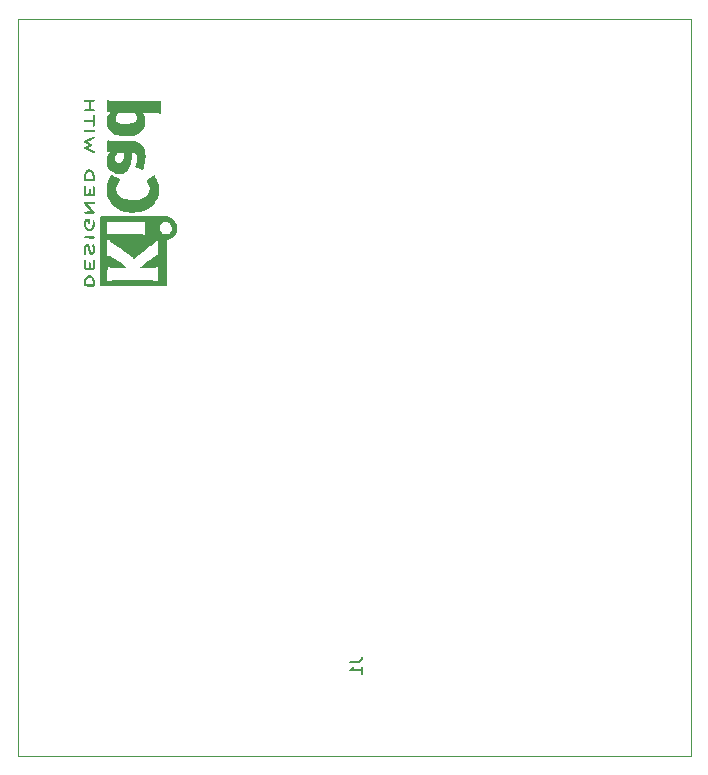
<source format=gbo>
%TF.GenerationSoftware,KiCad,Pcbnew,(6.0.7)*%
%TF.CreationDate,2022-11-21T20:08:05+01:00*%
%TF.ProjectId,Arbolito,4172626f-6c69-4746-9f2e-6b696361645f,rev?*%
%TF.SameCoordinates,Original*%
%TF.FileFunction,Legend,Bot*%
%TF.FilePolarity,Positive*%
%FSLAX46Y46*%
G04 Gerber Fmt 4.6, Leading zero omitted, Abs format (unit mm)*
G04 Created by KiCad (PCBNEW (6.0.7)) date 2022-11-21 20:08:05*
%MOMM*%
%LPD*%
G01*
G04 APERTURE LIST*
%ADD10C,0.150000*%
%ADD11C,0.120000*%
G04 APERTURE END LIST*
D10*
%TO.C,J1*%
X139662380Y-118246666D02*
X140376666Y-118246666D01*
X140519523Y-118199047D01*
X140614761Y-118103809D01*
X140662380Y-117960952D01*
X140662380Y-117865714D01*
X140662380Y-119246666D02*
X140662380Y-118675238D01*
X140662380Y-118960952D02*
X139662380Y-118960952D01*
X139805238Y-118865714D01*
X139900476Y-118770476D01*
X139948095Y-118675238D01*
%TO.C,G\u002A\u002A\u002A*%
G36*
X117487812Y-82862414D02*
G01*
X117504558Y-82871989D01*
X117544860Y-82906057D01*
X117578085Y-82955161D01*
X117606434Y-83024230D01*
X117632108Y-83118193D01*
X117657308Y-83241978D01*
X117660018Y-83256725D01*
X117676836Y-83346125D01*
X117692467Y-83425915D01*
X117705271Y-83487880D01*
X117713606Y-83523806D01*
X117720205Y-83542952D01*
X117745489Y-83582690D01*
X117775850Y-83601669D01*
X117803372Y-83593724D01*
X117814015Y-83578226D01*
X117831628Y-83524987D01*
X117844446Y-83447112D01*
X117852057Y-83351175D01*
X117854044Y-83243746D01*
X117849994Y-83131400D01*
X117839493Y-83020706D01*
X117838839Y-83015529D01*
X117833890Y-82932465D01*
X117844371Y-82877567D01*
X117871816Y-82847254D01*
X117917758Y-82837945D01*
X117951097Y-82844165D01*
X117982358Y-82874247D01*
X118002462Y-82933630D01*
X118011915Y-82978625D01*
X118022505Y-83029315D01*
X118025056Y-83046502D01*
X118029078Y-83102760D01*
X118031546Y-83179847D01*
X118032480Y-83268498D01*
X118031902Y-83359448D01*
X118029833Y-83443430D01*
X118026294Y-83511178D01*
X118021307Y-83553427D01*
X118017644Y-83569378D01*
X117979897Y-83673490D01*
X117924917Y-83749604D01*
X117854082Y-83796309D01*
X117768771Y-83812192D01*
X117756767Y-83812114D01*
X117706218Y-83807109D01*
X117669854Y-83788759D01*
X117630773Y-83749369D01*
X117616324Y-83732575D01*
X117590213Y-83698405D01*
X117569592Y-83662250D01*
X117552183Y-83617649D01*
X117535706Y-83558141D01*
X117517881Y-83477266D01*
X117496430Y-83368562D01*
X117475772Y-83265658D01*
X117452252Y-83163715D01*
X117430826Y-83092404D01*
X117410371Y-83049530D01*
X117389764Y-83032896D01*
X117367884Y-83040306D01*
X117343607Y-83069565D01*
X117332949Y-83091741D01*
X117318564Y-83156512D01*
X117311238Y-83252620D01*
X117310919Y-83380987D01*
X117317558Y-83542534D01*
X117320872Y-83623854D01*
X117321368Y-83697751D01*
X117318992Y-83753068D01*
X117313870Y-83781747D01*
X117298833Y-83797849D01*
X117258882Y-83810997D01*
X117213514Y-83807624D01*
X117178639Y-83787097D01*
X117171722Y-83775662D01*
X117156254Y-83733149D01*
X117143761Y-83678365D01*
X117136271Y-83619448D01*
X117129933Y-83525173D01*
X117127357Y-83419596D01*
X117128416Y-83311908D01*
X117132984Y-83211301D01*
X117140934Y-83126965D01*
X117152141Y-83068092D01*
X117159098Y-83046281D01*
X117203811Y-82951350D01*
X117262137Y-82883599D01*
X117330978Y-82844928D01*
X117407235Y-82837234D01*
X117487812Y-82862414D01*
G37*
G36*
X118972347Y-86443465D02*
G01*
X118856026Y-86441838D01*
X118759439Y-86440038D01*
X118681122Y-86438052D01*
X118619609Y-86435862D01*
X118573436Y-86433455D01*
X118541137Y-86430814D01*
X118521248Y-86427926D01*
X118512303Y-86424775D01*
X118506535Y-86418605D01*
X118488327Y-86380439D01*
X118477604Y-86329090D01*
X118477034Y-86313137D01*
X118476318Y-86262880D01*
X118475646Y-86181151D01*
X118475022Y-86069843D01*
X118474450Y-85930847D01*
X118473933Y-85766055D01*
X118473474Y-85577359D01*
X118473077Y-85366651D01*
X118472745Y-85135823D01*
X118472482Y-84886766D01*
X118472291Y-84621374D01*
X118472176Y-84341537D01*
X118472141Y-84049148D01*
X118472188Y-83746099D01*
X118472320Y-83434281D01*
X118472434Y-83231085D01*
X119100172Y-83231085D01*
X119100198Y-83364064D01*
X119100541Y-83489069D01*
X119101214Y-83601679D01*
X119102230Y-83697473D01*
X119103600Y-83772029D01*
X119105337Y-83820928D01*
X119107454Y-83839748D01*
X119116281Y-83842387D01*
X119151963Y-83845694D01*
X119204059Y-83846986D01*
X119239583Y-83849409D01*
X119339542Y-83875050D01*
X119459909Y-83928627D01*
X119600543Y-84010068D01*
X119761301Y-84119305D01*
X119784614Y-84136117D01*
X119909393Y-84226276D01*
X120040052Y-84320939D01*
X120171721Y-84416558D01*
X120299526Y-84509581D01*
X120418595Y-84596460D01*
X120524055Y-84673643D01*
X120611033Y-84737582D01*
X120674657Y-84784726D01*
X120805137Y-84882123D01*
X120170137Y-84887092D01*
X120003913Y-84888119D01*
X119840194Y-84888212D01*
X119704432Y-84886843D01*
X119592959Y-84883717D01*
X119502109Y-84878541D01*
X119428215Y-84871019D01*
X119367609Y-84860859D01*
X119316625Y-84847766D01*
X119271594Y-84831446D01*
X119228851Y-84811605D01*
X119195372Y-84795336D01*
X119151509Y-84776414D01*
X119126879Y-84769041D01*
X119125777Y-84769661D01*
X119120600Y-84793000D01*
X119116376Y-84850213D01*
X119113099Y-84941482D01*
X119110765Y-85066988D01*
X119109368Y-85226913D01*
X119108904Y-85421438D01*
X119108906Y-85438805D01*
X119109144Y-85584462D01*
X119109734Y-85718145D01*
X119110634Y-85836051D01*
X119111799Y-85934376D01*
X119113185Y-86009318D01*
X119114749Y-86057072D01*
X119116446Y-86073836D01*
X119129007Y-86068110D01*
X119163937Y-86048278D01*
X119211942Y-86019161D01*
X119233622Y-86005833D01*
X119261652Y-85990389D01*
X119290414Y-85978904D01*
X119325579Y-85970448D01*
X119372817Y-85964088D01*
X119437799Y-85958896D01*
X119526197Y-85953938D01*
X119643680Y-85948285D01*
X119663527Y-85947420D01*
X119754012Y-85944573D01*
X119870517Y-85942202D01*
X120010146Y-85940292D01*
X120170005Y-85938825D01*
X120347196Y-85937784D01*
X120538824Y-85937153D01*
X120741993Y-85936915D01*
X120953807Y-85937052D01*
X121171370Y-85937549D01*
X121391786Y-85938388D01*
X121612159Y-85939552D01*
X121829593Y-85941024D01*
X122041193Y-85942789D01*
X122244062Y-85944828D01*
X122435304Y-85947125D01*
X122612023Y-85949663D01*
X122771324Y-85952425D01*
X122910310Y-85955395D01*
X123026086Y-85958555D01*
X123115755Y-85961889D01*
X123176422Y-85965380D01*
X123205191Y-85969010D01*
X123212881Y-85971536D01*
X123276444Y-85998672D01*
X123335360Y-86032149D01*
X123350675Y-86042283D01*
X123388556Y-86064837D01*
X123410065Y-86073836D01*
X123410563Y-86073379D01*
X123413517Y-86051317D01*
X123416226Y-85998852D01*
X123418614Y-85919764D01*
X123420604Y-85817830D01*
X123422120Y-85696829D01*
X123423085Y-85560540D01*
X123423424Y-85412740D01*
X123423415Y-85388069D01*
X123422980Y-85241896D01*
X123421944Y-85107857D01*
X123420383Y-84989728D01*
X123418371Y-84891287D01*
X123415983Y-84816309D01*
X123413293Y-84768573D01*
X123410376Y-84751853D01*
X123400518Y-84754890D01*
X123366427Y-84771033D01*
X123319773Y-84796392D01*
X123281600Y-84817034D01*
X123237786Y-84836765D01*
X123190264Y-84852649D01*
X123135150Y-84865096D01*
X123068557Y-84874516D01*
X122986600Y-84881319D01*
X122885394Y-84885916D01*
X122761054Y-84888715D01*
X122609695Y-84890128D01*
X122427431Y-84890565D01*
X122306807Y-84890353D01*
X122175467Y-84889477D01*
X122059206Y-84888001D01*
X121961969Y-84886009D01*
X121887697Y-84883585D01*
X121840334Y-84880812D01*
X121823822Y-84877774D01*
X121824362Y-84876735D01*
X121842646Y-84859385D01*
X121884350Y-84824128D01*
X121946002Y-84773778D01*
X122024130Y-84711144D01*
X122115261Y-84639039D01*
X122215923Y-84560274D01*
X122221780Y-84555715D01*
X122404707Y-84413562D01*
X122562760Y-84291376D01*
X122698291Y-84187596D01*
X122813652Y-84100658D01*
X122911194Y-84028998D01*
X122993268Y-83971054D01*
X123062227Y-83925261D01*
X123120422Y-83890056D01*
X123170205Y-83863877D01*
X123213926Y-83845160D01*
X123253939Y-83832341D01*
X123292594Y-83823857D01*
X123332242Y-83818144D01*
X123423424Y-83807345D01*
X123423424Y-83105179D01*
X123423397Y-83045891D01*
X123423080Y-82897329D01*
X123422440Y-82761564D01*
X123421517Y-82642263D01*
X123420350Y-82543091D01*
X123418979Y-82467714D01*
X123417444Y-82419800D01*
X123415785Y-82403014D01*
X123412027Y-82405574D01*
X123388291Y-82427397D01*
X123346880Y-82467906D01*
X123292227Y-82522727D01*
X123228764Y-82587490D01*
X123157832Y-82657180D01*
X123066723Y-82741698D01*
X122964006Y-82833322D01*
X122857677Y-82924924D01*
X122755727Y-83009373D01*
X122711573Y-83045066D01*
X122466715Y-83242842D01*
X122248629Y-83418705D01*
X122057184Y-83572760D01*
X121892246Y-83705113D01*
X121753684Y-83815870D01*
X121641365Y-83905136D01*
X121555158Y-83973017D01*
X121494931Y-84019618D01*
X121460551Y-84045045D01*
X121388020Y-84095228D01*
X121270551Y-84015381D01*
X121242107Y-83995747D01*
X121178718Y-83951182D01*
X121093016Y-83890341D01*
X120988475Y-83815726D01*
X120868570Y-83729839D01*
X120736777Y-83635182D01*
X120596570Y-83534257D01*
X120451424Y-83429567D01*
X120304814Y-83323613D01*
X120160215Y-83218899D01*
X120021102Y-83117926D01*
X119890950Y-83023196D01*
X119773233Y-82937211D01*
X119745123Y-82916530D01*
X119638255Y-82836264D01*
X119531700Y-82753939D01*
X119432474Y-82675107D01*
X119347589Y-82605318D01*
X119284060Y-82550122D01*
X119277652Y-82544288D01*
X119216228Y-82489210D01*
X119164544Y-82444317D01*
X119127864Y-82414093D01*
X119119266Y-82408296D01*
X119111449Y-82403025D01*
X119109934Y-82410702D01*
X119107860Y-82448319D01*
X119106005Y-82513329D01*
X119104382Y-82601313D01*
X119103003Y-82707848D01*
X119101880Y-82828513D01*
X119101026Y-82958889D01*
X119100453Y-83094553D01*
X119100172Y-83231085D01*
X118472434Y-83231085D01*
X118473402Y-81507055D01*
X119108904Y-81507055D01*
X119109144Y-81639089D01*
X119109905Y-81771169D01*
X119111124Y-81888001D01*
X119112736Y-81985674D01*
X119114673Y-82060281D01*
X119116872Y-82107912D01*
X119119266Y-82124657D01*
X119121167Y-82124313D01*
X119144639Y-82112129D01*
X119181222Y-82087920D01*
X119188958Y-82082888D01*
X119214617Y-82070832D01*
X119249784Y-82060317D01*
X119296568Y-82051262D01*
X119357075Y-82043586D01*
X119433412Y-82037210D01*
X119527685Y-82032051D01*
X119642001Y-82028028D01*
X119778466Y-82025062D01*
X119939188Y-82023071D01*
X120126273Y-82021975D01*
X120341828Y-82021692D01*
X120587959Y-82022142D01*
X120866773Y-82023244D01*
X122076629Y-82028973D01*
X122169676Y-82077257D01*
X122212557Y-82098622D01*
X122251129Y-82115717D01*
X122268031Y-82120233D01*
X122268799Y-82114098D01*
X122270217Y-82078318D01*
X122271653Y-82014263D01*
X122273045Y-81926105D01*
X122274331Y-81818015D01*
X122275449Y-81694166D01*
X122276338Y-81558729D01*
X122276348Y-81556914D01*
X123534329Y-81556914D01*
X123555890Y-81682891D01*
X123609657Y-81800332D01*
X123695071Y-81905694D01*
X123709599Y-81919409D01*
X123808864Y-81991951D01*
X123916899Y-82033111D01*
X124041027Y-82045856D01*
X124062660Y-82045468D01*
X124184709Y-82028394D01*
X124292527Y-81983586D01*
X124394933Y-81907596D01*
X124408449Y-81894898D01*
X124486913Y-81795284D01*
X124538321Y-81679783D01*
X124561296Y-81555217D01*
X124554460Y-81428410D01*
X124516433Y-81306185D01*
X124490568Y-81253999D01*
X124433478Y-81167669D01*
X124363771Y-81101879D01*
X124272414Y-81047037D01*
X124233077Y-81029304D01*
X124109312Y-80996553D01*
X123986102Y-80995863D01*
X123868334Y-81025549D01*
X123760891Y-81083929D01*
X123668659Y-81169318D01*
X123596521Y-81280032D01*
X123590058Y-81293535D01*
X123545532Y-81425947D01*
X123534329Y-81556914D01*
X122276348Y-81556914D01*
X122279336Y-81002534D01*
X120786545Y-80997671D01*
X119293754Y-80992809D01*
X119209766Y-80941130D01*
X119173857Y-80919514D01*
X119135573Y-80897843D01*
X119117341Y-80889452D01*
X119115537Y-80903755D01*
X119113733Y-80949141D01*
X119112137Y-81021805D01*
X119110802Y-81117837D01*
X119109783Y-81233329D01*
X119109132Y-81364371D01*
X119108904Y-81507055D01*
X118473402Y-81507055D01*
X118473904Y-80612055D01*
X118513526Y-80572431D01*
X118553149Y-80532808D01*
X124215000Y-80532808D01*
X124342479Y-80574568D01*
X124470089Y-80626304D01*
X124622436Y-80718470D01*
X124753688Y-80834063D01*
X124861901Y-80969368D01*
X124945132Y-81120668D01*
X125001439Y-81284248D01*
X125028876Y-81456391D01*
X125025502Y-81633383D01*
X124989373Y-81811507D01*
X124977209Y-81848962D01*
X124907993Y-82000973D01*
X124813050Y-82141160D01*
X124697213Y-82264935D01*
X124565312Y-82367712D01*
X124422180Y-82444903D01*
X124272648Y-82491922D01*
X124180205Y-82510520D01*
X124176838Y-84432911D01*
X124176363Y-84735313D01*
X124175974Y-85009335D01*
X124175557Y-85252290D01*
X124174988Y-85466054D01*
X124174147Y-85652504D01*
X124172910Y-85813516D01*
X124171156Y-85950967D01*
X124168762Y-86066733D01*
X124165607Y-86162692D01*
X124161569Y-86240718D01*
X124156524Y-86302690D01*
X124150351Y-86350482D01*
X124142929Y-86385973D01*
X124134134Y-86411038D01*
X124123844Y-86427554D01*
X124111938Y-86437398D01*
X124098294Y-86442445D01*
X124082788Y-86444573D01*
X124065300Y-86445659D01*
X124045706Y-86447577D01*
X124041027Y-86447912D01*
X124037858Y-86448139D01*
X123996551Y-86449255D01*
X123923295Y-86450268D01*
X123820024Y-86451174D01*
X123688669Y-86451971D01*
X123531165Y-86452653D01*
X123349444Y-86453218D01*
X123145438Y-86453661D01*
X122921080Y-86453979D01*
X122678303Y-86454168D01*
X122419041Y-86454223D01*
X122145225Y-86454143D01*
X121858789Y-86453921D01*
X121561665Y-86453556D01*
X121255787Y-86453042D01*
X121149018Y-86452836D01*
X120789161Y-86452082D01*
X120462223Y-86451291D01*
X120166740Y-86450449D01*
X119901246Y-86449540D01*
X119664277Y-86448549D01*
X119454368Y-86447461D01*
X119270053Y-86446261D01*
X119116446Y-86444988D01*
X119109868Y-86444934D01*
X118972347Y-86443465D01*
G37*
G36*
X117248294Y-77971480D02*
G01*
X117276815Y-77988459D01*
X117281250Y-78008121D01*
X117286460Y-78057804D01*
X117291525Y-78130909D01*
X117296038Y-78221429D01*
X117299589Y-78323356D01*
X117308287Y-78636507D01*
X117499657Y-78636507D01*
X117504524Y-78425618D01*
X117504739Y-78416457D01*
X117507578Y-78327814D01*
X117511775Y-78266840D01*
X117518375Y-78226976D01*
X117528424Y-78201664D01*
X117542967Y-78184344D01*
X117559403Y-78172672D01*
X117604766Y-78162703D01*
X117646295Y-78177614D01*
X117671313Y-78214433D01*
X117674578Y-78235790D01*
X117678391Y-78288630D01*
X117681041Y-78360348D01*
X117682091Y-78441741D01*
X117682328Y-78629715D01*
X117764965Y-78624412D01*
X117847602Y-78619110D01*
X117858132Y-78323356D01*
X117861152Y-78249071D01*
X117866042Y-78156484D01*
X117871415Y-78079338D01*
X117876803Y-78024080D01*
X117881740Y-77997157D01*
X117895308Y-77981238D01*
X117933118Y-77967921D01*
X117976772Y-77970459D01*
X118010352Y-77989766D01*
X118016731Y-78010798D01*
X118023764Y-78064344D01*
X118030388Y-78146263D01*
X118036335Y-78253154D01*
X118041336Y-78381619D01*
X118043585Y-78452788D01*
X118046546Y-78558257D01*
X118047818Y-78636170D01*
X118047146Y-78691190D01*
X118044280Y-78727976D01*
X118038966Y-78751190D01*
X118030952Y-78765493D01*
X118019984Y-78775546D01*
X118012663Y-78779948D01*
X117989594Y-78787249D01*
X117951922Y-78792737D01*
X117895609Y-78796647D01*
X117816619Y-78799210D01*
X117710915Y-78800659D01*
X117574460Y-78801227D01*
X117491196Y-78801275D01*
X117379085Y-78800910D01*
X117294928Y-78799734D01*
X117234468Y-78797451D01*
X117193445Y-78793766D01*
X117167600Y-78788383D01*
X117152673Y-78781004D01*
X117144407Y-78771336D01*
X117138583Y-78748266D01*
X117133232Y-78695540D01*
X117129290Y-78620803D01*
X117126741Y-78530363D01*
X117125569Y-78430529D01*
X117125756Y-78327612D01*
X117127285Y-78227920D01*
X117130140Y-78137762D01*
X117134304Y-78063448D01*
X117139761Y-78011287D01*
X117146493Y-77987589D01*
X117162378Y-77977106D01*
X117204490Y-77967658D01*
X117248294Y-77971480D01*
G37*
G36*
X117843413Y-86466413D02*
G01*
X117774638Y-86468764D01*
X117688513Y-86469037D01*
X117591557Y-86467494D01*
X117490287Y-86464398D01*
X117391221Y-86460010D01*
X117300878Y-86454595D01*
X117225775Y-86448413D01*
X117172431Y-86441728D01*
X117147363Y-86434802D01*
X117140501Y-86424189D01*
X117132080Y-86384797D01*
X117127249Y-86316025D01*
X117126751Y-86282603D01*
X117294529Y-86282603D01*
X117861298Y-86282603D01*
X117852113Y-86102640D01*
X117849307Y-86057868D01*
X117834631Y-85940166D01*
X117809281Y-85848648D01*
X117771224Y-85777513D01*
X117718430Y-85720961D01*
X117648494Y-85674716D01*
X117577468Y-85658145D01*
X117506484Y-85675437D01*
X117431844Y-85726664D01*
X117422846Y-85735108D01*
X117376869Y-85793914D01*
X117343346Y-85861242D01*
X117337376Y-85881164D01*
X117323716Y-85946767D01*
X117312105Y-86028414D01*
X117304565Y-86112979D01*
X117294529Y-86282603D01*
X117126751Y-86282603D01*
X117125747Y-86215233D01*
X117128076Y-86093859D01*
X117140045Y-85938917D01*
X117162226Y-85816722D01*
X117194663Y-85726952D01*
X117208639Y-85702528D01*
X117272466Y-85624396D01*
X117355225Y-85556223D01*
X117444938Y-85508465D01*
X117525584Y-85488561D01*
X117634592Y-85489372D01*
X117741869Y-85517223D01*
X117838367Y-85569513D01*
X117915041Y-85643641D01*
X117955615Y-85714033D01*
X117993243Y-85822302D01*
X118020564Y-85955714D01*
X118036677Y-86109693D01*
X118040677Y-86279666D01*
X118037618Y-86350488D01*
X118025740Y-86402957D01*
X117998635Y-86434597D01*
X117949783Y-86452562D01*
X117872663Y-86464008D01*
X117861298Y-86464942D01*
X117843413Y-86466413D01*
G37*
G36*
X117730675Y-82211798D02*
G01*
X117826614Y-82213940D01*
X117907238Y-82217606D01*
X117966068Y-82222832D01*
X117996623Y-82229653D01*
X118019306Y-82249760D01*
X118028677Y-82295673D01*
X118009179Y-82360687D01*
X117988085Y-82406984D01*
X117592944Y-82400173D01*
X117533118Y-82399106D01*
X117418373Y-82396662D01*
X117331822Y-82393884D01*
X117268863Y-82390343D01*
X117224897Y-82385612D01*
X117195322Y-82379264D01*
X117175538Y-82370870D01*
X117160944Y-82360003D01*
X117156580Y-82355861D01*
X117131424Y-82311852D01*
X117138860Y-82268568D01*
X117177808Y-82234082D01*
X117196385Y-82228999D01*
X117248107Y-82222729D01*
X117323401Y-82217774D01*
X117415786Y-82214169D01*
X117518781Y-82211947D01*
X117625904Y-82211145D01*
X117730675Y-82211798D01*
G37*
G36*
X117557300Y-80758900D02*
G01*
X117593795Y-80776775D01*
X117612273Y-80811201D01*
X117618114Y-80866947D01*
X117616699Y-80948784D01*
X117616249Y-80961779D01*
X117612114Y-81044195D01*
X117605416Y-81098988D01*
X117594159Y-81132508D01*
X117576348Y-81151106D01*
X117549988Y-81161131D01*
X117518634Y-81164335D01*
X117475872Y-81145113D01*
X117447973Y-81094806D01*
X117435227Y-81013788D01*
X117430067Y-80958017D01*
X117419509Y-80923356D01*
X117401734Y-80910499D01*
X117372598Y-80914162D01*
X117341407Y-80945461D01*
X117319094Y-81002376D01*
X117306772Y-81080097D01*
X117305554Y-81173817D01*
X117316552Y-81278725D01*
X117332116Y-81358840D01*
X117356473Y-81433496D01*
X117390770Y-81490640D01*
X117439483Y-81539782D01*
X117507079Y-81584404D01*
X117578124Y-81600884D01*
X117649421Y-81583476D01*
X117724374Y-81532088D01*
X117742972Y-81514549D01*
X117784485Y-81461403D01*
X117814263Y-81395671D01*
X117833746Y-81311930D01*
X117844379Y-81204758D01*
X117847602Y-81068729D01*
X117847608Y-81058451D01*
X117848767Y-80957534D01*
X117852929Y-80886321D01*
X117861517Y-80840153D01*
X117875954Y-80814372D01*
X117897664Y-80804321D01*
X117928070Y-80805342D01*
X117947584Y-80810783D01*
X117980523Y-80839063D01*
X118004118Y-80892715D01*
X118019406Y-80974693D01*
X118027426Y-81087949D01*
X118027991Y-81203692D01*
X118013090Y-81360951D01*
X117978242Y-81491981D01*
X117922618Y-81598723D01*
X117845388Y-81683117D01*
X117745724Y-81747103D01*
X117722178Y-81758056D01*
X117624980Y-81788126D01*
X117533471Y-81787986D01*
X117438767Y-81757949D01*
X117354161Y-81707848D01*
X117262580Y-81620010D01*
X117190956Y-81509279D01*
X117143473Y-81380996D01*
X117138680Y-81351810D01*
X117133743Y-81288718D01*
X117131250Y-81208968D01*
X117131682Y-81123085D01*
X117133364Y-81067006D01*
X117137926Y-80991270D01*
X117145946Y-80935329D01*
X117159036Y-80889656D01*
X117178808Y-80844729D01*
X117221301Y-80758973D01*
X117397011Y-80754043D01*
X117408733Y-80753720D01*
X117497407Y-80752805D01*
X117557300Y-80758900D01*
G37*
G36*
X119451772Y-76983759D02*
G01*
X119484180Y-76998430D01*
X119538769Y-77026612D01*
X119610485Y-77065411D01*
X119694273Y-77111936D01*
X119785079Y-77163294D01*
X119877849Y-77216592D01*
X119967529Y-77268939D01*
X120049064Y-77317442D01*
X120117400Y-77359209D01*
X120167484Y-77391347D01*
X120194259Y-77410965D01*
X120195568Y-77413735D01*
X120187588Y-77438811D01*
X120161947Y-77481547D01*
X120122638Y-77535027D01*
X120071947Y-77602508D01*
X119969353Y-77770354D01*
X119899435Y-77937763D01*
X119862138Y-78102944D01*
X119857405Y-78264107D01*
X119885180Y-78419460D01*
X119945409Y-78567214D01*
X120038035Y-78705576D01*
X120163003Y-78832757D01*
X120225295Y-78881315D01*
X120378380Y-78970489D01*
X120558751Y-79040556D01*
X120764926Y-79091110D01*
X120995425Y-79121742D01*
X121248767Y-79132043D01*
X121436233Y-79126902D01*
X121687701Y-79100849D01*
X121912559Y-79052723D01*
X122111030Y-78982454D01*
X122283340Y-78889976D01*
X122429713Y-78775220D01*
X122495294Y-78707343D01*
X122576512Y-78593714D01*
X122631252Y-78467427D01*
X122663988Y-78319783D01*
X122670509Y-78263299D01*
X122669090Y-78095602D01*
X122634722Y-77935898D01*
X122566806Y-77782114D01*
X122464741Y-77632181D01*
X122455080Y-77620067D01*
X122416695Y-77570248D01*
X122389754Y-77532535D01*
X122379589Y-77514310D01*
X122379987Y-77513498D01*
X122398033Y-77498442D01*
X122439503Y-77468224D01*
X122499665Y-77426017D01*
X122573784Y-77374997D01*
X122657128Y-77318336D01*
X122744962Y-77259210D01*
X122832553Y-77200792D01*
X122915168Y-77146256D01*
X122988073Y-77098777D01*
X123046535Y-77061529D01*
X123085820Y-77037686D01*
X123101194Y-77030422D01*
X123103040Y-77033681D01*
X123116688Y-77061573D01*
X123141053Y-77113040D01*
X123173422Y-77182322D01*
X123211080Y-77263658D01*
X123268664Y-77391769D01*
X123339383Y-77563308D01*
X123393392Y-77717193D01*
X123432414Y-77860072D01*
X123458171Y-77998593D01*
X123472385Y-78139406D01*
X123476780Y-78289157D01*
X123469200Y-78464058D01*
X123431407Y-78704011D01*
X123361465Y-78932134D01*
X123258906Y-79149565D01*
X123123261Y-79357440D01*
X122954060Y-79556898D01*
X122773468Y-79726035D01*
X122567114Y-79876108D01*
X122343032Y-79997943D01*
X122100212Y-80091926D01*
X121837644Y-80158445D01*
X121554318Y-80197887D01*
X121249223Y-80210640D01*
X121139679Y-80208637D01*
X120839055Y-80182643D01*
X120555386Y-80126480D01*
X120288088Y-80039975D01*
X120036579Y-79922951D01*
X119800274Y-79775233D01*
X119772231Y-79754857D01*
X119585360Y-79596640D01*
X119422792Y-79418049D01*
X119286586Y-79222433D01*
X119178803Y-79013140D01*
X119101503Y-78793519D01*
X119056747Y-78566918D01*
X119052044Y-78523893D01*
X119041640Y-78316117D01*
X119048576Y-78098391D01*
X119071998Y-77884532D01*
X119111053Y-77688356D01*
X119111081Y-77688248D01*
X119128199Y-77634509D01*
X119156095Y-77561924D01*
X119192087Y-77476156D01*
X119233491Y-77382870D01*
X119277626Y-77287729D01*
X119321810Y-77196396D01*
X119363360Y-77114535D01*
X119399595Y-77047810D01*
X119427830Y-77001884D01*
X119445386Y-76982421D01*
X119451772Y-76983759D01*
G37*
G36*
X117712368Y-79306312D02*
G01*
X117820065Y-79306837D01*
X117900218Y-79308775D01*
X117956890Y-79313030D01*
X117994145Y-79320506D01*
X118016047Y-79332108D01*
X118026660Y-79348740D01*
X118030047Y-79371307D01*
X118030274Y-79400713D01*
X118029438Y-79418632D01*
X118021104Y-79447647D01*
X118000185Y-79468766D01*
X117962243Y-79483353D01*
X117902840Y-79492771D01*
X117817536Y-79498381D01*
X117701893Y-79501548D01*
X117436099Y-79506370D01*
X117702741Y-79800086D01*
X117794211Y-79901075D01*
X117875737Y-79992017D01*
X117937941Y-80063142D01*
X117983071Y-80117489D01*
X118013376Y-80158092D01*
X118031104Y-80187989D01*
X118038504Y-80210217D01*
X118037824Y-80227812D01*
X118031313Y-80243810D01*
X118024736Y-80254561D01*
X118007806Y-80271681D01*
X117981698Y-80284513D01*
X117942144Y-80293599D01*
X117884877Y-80299486D01*
X117805631Y-80302716D01*
X117700139Y-80303834D01*
X117564134Y-80303383D01*
X117534202Y-80303158D01*
X117416727Y-80301717D01*
X117328222Y-80299327D01*
X117263910Y-80295624D01*
X117219013Y-80290237D01*
X117188751Y-80282802D01*
X117168346Y-80272949D01*
X117160069Y-80266871D01*
X117131410Y-80226570D01*
X117127702Y-80180756D01*
X117150676Y-80142229D01*
X117178843Y-80132877D01*
X117238450Y-80124321D01*
X117325908Y-80117025D01*
X117437731Y-80111362D01*
X117485454Y-80109291D01*
X117570200Y-80104316D01*
X117638159Y-80098596D01*
X117683334Y-80092687D01*
X117699726Y-80087142D01*
X117697155Y-80079062D01*
X117674248Y-80044876D01*
X117629295Y-79990053D01*
X117564344Y-79917025D01*
X117481441Y-79828219D01*
X117443235Y-79787650D01*
X117359922Y-79696368D01*
X117284364Y-79609848D01*
X117219857Y-79532130D01*
X117169699Y-79467254D01*
X117137186Y-79419260D01*
X117125616Y-79392188D01*
X117135187Y-79364648D01*
X117164282Y-79333384D01*
X117176788Y-79326525D01*
X117201375Y-79319230D01*
X117238924Y-79313862D01*
X117293800Y-79310153D01*
X117370370Y-79307835D01*
X117472998Y-79306640D01*
X117606050Y-79306301D01*
X117712368Y-79306312D01*
G37*
G36*
X117999778Y-84201441D02*
G01*
X118025659Y-84243039D01*
X118026058Y-84244623D01*
X118030036Y-84279312D01*
X118033315Y-84341974D01*
X118035713Y-84426373D01*
X118037047Y-84526269D01*
X118037136Y-84635427D01*
X118036675Y-84704923D01*
X118035333Y-84808244D01*
X118033014Y-84884160D01*
X118029318Y-84937457D01*
X118023848Y-84972918D01*
X118016205Y-84995327D01*
X118005991Y-85009468D01*
X118002205Y-85012931D01*
X117987814Y-85021475D01*
X117965150Y-85027728D01*
X117929793Y-85031928D01*
X117877326Y-85034317D01*
X117803329Y-85035135D01*
X117703385Y-85034622D01*
X117573075Y-85033019D01*
X117555986Y-85032767D01*
X117423646Y-85029951D01*
X117313476Y-85026003D01*
X117228632Y-85021101D01*
X117172269Y-85015421D01*
X117147542Y-85009142D01*
X117143743Y-85004111D01*
X117136714Y-84979273D01*
X117131602Y-84932982D01*
X117128216Y-84861907D01*
X117126363Y-84762717D01*
X117125854Y-84632082D01*
X117125893Y-84608051D01*
X117126663Y-84499058D01*
X117128282Y-84401240D01*
X117130590Y-84320502D01*
X117133426Y-84262749D01*
X117136631Y-84233885D01*
X117144143Y-84216457D01*
X117177607Y-84188160D01*
X117221525Y-84182138D01*
X117261917Y-84201952D01*
X117262153Y-84202189D01*
X117272782Y-84217731D01*
X117280769Y-84243167D01*
X117286616Y-84283477D01*
X117290825Y-84343642D01*
X117293898Y-84428641D01*
X117296337Y-84543454D01*
X117301785Y-84856027D01*
X117508356Y-84856027D01*
X117508356Y-84663514D01*
X117509091Y-84586286D01*
X117513366Y-84507363D01*
X117523050Y-84454590D01*
X117539936Y-84423019D01*
X117565814Y-84407704D01*
X117602478Y-84403699D01*
X117635303Y-84405787D01*
X117659329Y-84420453D01*
X117671455Y-84458065D01*
X117673893Y-84474566D01*
X117678221Y-84528817D01*
X117681212Y-84601419D01*
X117682328Y-84681330D01*
X117682632Y-84726410D01*
X117684323Y-84791990D01*
X117687165Y-84838740D01*
X117690780Y-84858680D01*
X117695442Y-84860516D01*
X117726120Y-84861515D01*
X117773417Y-84857230D01*
X117847602Y-84847329D01*
X117856915Y-84538534D01*
X117859991Y-84446399D01*
X117864218Y-84354872D01*
X117869247Y-84289482D01*
X117875622Y-84245354D01*
X117883887Y-84217612D01*
X117894587Y-84201381D01*
X117914699Y-84187154D01*
X117958785Y-84181539D01*
X117999778Y-84201441D01*
G37*
G36*
X117977758Y-73765297D02*
G01*
X118015987Y-73793491D01*
X118036196Y-73834974D01*
X118031424Y-73876206D01*
X118031391Y-73876268D01*
X118003620Y-73903636D01*
X117945238Y-73941382D01*
X117858441Y-73988319D01*
X117745426Y-74043258D01*
X117608390Y-74105011D01*
X117553379Y-74129687D01*
X117494106Y-74158082D01*
X117453702Y-74179684D01*
X117438767Y-74191140D01*
X117449462Y-74200924D01*
X117485506Y-74223851D01*
X117540966Y-74255625D01*
X117609582Y-74292530D01*
X117666087Y-74323056D01*
X117732616Y-74361665D01*
X117783882Y-74394510D01*
X117811944Y-74416716D01*
X117828699Y-74437259D01*
X117833474Y-74460931D01*
X117815892Y-74493694D01*
X117799959Y-74510216D01*
X117755926Y-74542769D01*
X117694038Y-74581200D01*
X117622309Y-74620270D01*
X117568062Y-74648652D01*
X117510244Y-74681022D01*
X117470831Y-74705713D01*
X117456244Y-74718911D01*
X117458112Y-74721634D01*
X117482675Y-74738005D01*
X117531283Y-74764695D01*
X117598273Y-74798688D01*
X117677979Y-74836967D01*
X117746660Y-74869181D01*
X117841145Y-74913972D01*
X117910547Y-74948030D01*
X117958968Y-74973783D01*
X117990510Y-74993660D01*
X118009277Y-75010089D01*
X118019369Y-75025498D01*
X118024891Y-75042316D01*
X118025507Y-75044859D01*
X118024736Y-75096208D01*
X117995820Y-75128083D01*
X117940949Y-75137985D01*
X117933369Y-75136854D01*
X117893312Y-75124351D01*
X117829793Y-75100102D01*
X117748559Y-75066675D01*
X117655353Y-75026640D01*
X117555921Y-74982567D01*
X117456008Y-74937025D01*
X117361359Y-74892585D01*
X117277718Y-74851815D01*
X117210832Y-74817286D01*
X117166444Y-74791566D01*
X117135618Y-74761364D01*
X117128915Y-74717428D01*
X117128950Y-74717131D01*
X117135601Y-74695173D01*
X117153300Y-74673433D01*
X117187129Y-74648095D01*
X117242171Y-74615345D01*
X117323506Y-74571369D01*
X117327617Y-74569195D01*
X117400285Y-74530463D01*
X117460755Y-74497714D01*
X117502821Y-74474341D01*
X117520279Y-74463738D01*
X117520198Y-74462701D01*
X117502659Y-74449006D01*
X117460963Y-74423013D01*
X117400519Y-74387979D01*
X117326739Y-74347163D01*
X117267899Y-74315031D01*
X117203685Y-74278415D01*
X117162222Y-74251325D01*
X117138637Y-74229928D01*
X117128059Y-74210390D01*
X117125616Y-74188876D01*
X117126775Y-74172468D01*
X117134432Y-74153399D01*
X117153623Y-74134028D01*
X117189312Y-74110677D01*
X117246461Y-74079666D01*
X117330034Y-74037315D01*
X117464050Y-73971477D01*
X117592675Y-73910703D01*
X117708678Y-73858336D01*
X117808420Y-73815923D01*
X117888260Y-73785010D01*
X117944557Y-73767145D01*
X117973669Y-73763873D01*
X117977758Y-73765297D01*
G37*
G36*
X120566313Y-73736206D02*
G01*
X120460270Y-73737394D01*
X120376496Y-73736642D01*
X120308550Y-73733659D01*
X120249990Y-73728155D01*
X120194375Y-73719837D01*
X120135261Y-73708414D01*
X119990831Y-73672596D01*
X119781763Y-73596920D01*
X119595396Y-73498659D01*
X119433235Y-73379196D01*
X119296783Y-73239913D01*
X119187544Y-73082191D01*
X119107022Y-72907414D01*
X119056720Y-72716964D01*
X119052495Y-72684654D01*
X119048445Y-72598484D01*
X119050145Y-72495606D01*
X119056980Y-72387762D01*
X119068242Y-72287522D01*
X119824673Y-72287522D01*
X119828124Y-72343091D01*
X119838979Y-72387464D01*
X119858982Y-72432552D01*
X119902483Y-72498760D01*
X119984533Y-72572962D01*
X120094260Y-72630433D01*
X120232328Y-72671354D01*
X120399397Y-72695907D01*
X120596130Y-72704272D01*
X120823189Y-72696631D01*
X120928549Y-72687881D01*
X121105066Y-72661592D01*
X121252274Y-72621922D01*
X121372352Y-72568013D01*
X121467479Y-72499006D01*
X121539835Y-72414041D01*
X121550730Y-72397120D01*
X121570580Y-72359589D01*
X121581838Y-72320031D01*
X121586863Y-72267536D01*
X121588013Y-72191190D01*
X121587759Y-72149101D01*
X121584456Y-72083489D01*
X121574615Y-72030953D01*
X121554862Y-71977019D01*
X121521823Y-71907214D01*
X121455633Y-71773288D01*
X119983150Y-71773288D01*
X119908260Y-71920986D01*
X119889383Y-71958766D01*
X119859391Y-72025027D01*
X119841422Y-72080545D01*
X119831766Y-72138580D01*
X119826713Y-72212390D01*
X119824673Y-72287522D01*
X119068242Y-72287522D01*
X119068335Y-72286692D01*
X119083594Y-72204137D01*
X119104042Y-72134858D01*
X119169587Y-71984809D01*
X119267268Y-71822997D01*
X119284504Y-71797478D01*
X119311093Y-71755798D01*
X119320549Y-71732747D01*
X119314683Y-71721317D01*
X119295305Y-71714502D01*
X119282194Y-71711767D01*
X119232661Y-71706244D01*
X119174143Y-71703936D01*
X119091506Y-71703699D01*
X119091506Y-70641880D01*
X119179849Y-70686646D01*
X119213444Y-70701793D01*
X119285282Y-70726100D01*
X119349472Y-70739022D01*
X119364177Y-70740407D01*
X119438848Y-70747599D01*
X119509041Y-70754555D01*
X119520028Y-70755130D01*
X119565655Y-70756150D01*
X119642568Y-70757140D01*
X119748510Y-70758092D01*
X119881224Y-70758995D01*
X120038452Y-70759840D01*
X120217938Y-70760619D01*
X120417424Y-70761322D01*
X120634653Y-70761938D01*
X120867368Y-70762460D01*
X121113311Y-70762878D01*
X121370226Y-70763182D01*
X121635856Y-70763362D01*
X123684383Y-70764247D01*
X123684383Y-71329657D01*
X123684300Y-71415851D01*
X123683844Y-71545255D01*
X123683035Y-71660293D01*
X123681924Y-71756879D01*
X123680561Y-71830927D01*
X123679000Y-71878352D01*
X123677290Y-71895068D01*
X123666913Y-71891185D01*
X123632785Y-71875049D01*
X123584572Y-71850645D01*
X123565744Y-71841344D01*
X123518343Y-71822855D01*
X123462759Y-71809382D01*
X123390122Y-71799096D01*
X123291562Y-71790166D01*
X123237092Y-71786792D01*
X123151511Y-71783214D01*
X123048438Y-71780178D01*
X122932627Y-71777705D01*
X122808830Y-71775819D01*
X122681798Y-71774542D01*
X122556285Y-71773896D01*
X122437043Y-71773903D01*
X122328824Y-71774587D01*
X122236382Y-71775970D01*
X122164467Y-71778074D01*
X122117833Y-71780921D01*
X122101232Y-71784535D01*
X122109489Y-71802501D01*
X122132386Y-71841134D01*
X122164787Y-71891531D01*
X122204254Y-71955328D01*
X122254383Y-72060305D01*
X122288013Y-72173512D01*
X122309620Y-72307817D01*
X122320183Y-72413019D01*
X122327506Y-72558723D01*
X122322271Y-72684156D01*
X122303505Y-72797155D01*
X122270233Y-72905555D01*
X122221483Y-73017192D01*
X122144177Y-73150332D01*
X122024565Y-73296054D01*
X121877701Y-73421620D01*
X121703062Y-73527392D01*
X121500126Y-73613736D01*
X121268372Y-73681013D01*
X121226502Y-73690515D01*
X121161621Y-73703313D01*
X121096196Y-73713030D01*
X121023377Y-73720291D01*
X120936314Y-73725719D01*
X120828156Y-73729941D01*
X120692054Y-73733580D01*
X120596130Y-73735583D01*
X120566313Y-73736206D01*
G37*
G36*
X117605436Y-70646482D02*
G01*
X118003361Y-70651164D01*
X118020498Y-70699925D01*
X118022215Y-70704926D01*
X118031160Y-70747853D01*
X118021588Y-70777556D01*
X117989463Y-70796576D01*
X117930749Y-70807458D01*
X117841411Y-70812742D01*
X117682328Y-70817744D01*
X117682328Y-71442740D01*
X117817635Y-71442740D01*
X117902105Y-71447147D01*
X117977182Y-71464779D01*
X118020477Y-71496029D01*
X118032184Y-71541055D01*
X118012501Y-71600017D01*
X118008515Y-71606486D01*
X117998255Y-71615825D01*
X117980107Y-71622705D01*
X117949588Y-71627503D01*
X117902212Y-71630592D01*
X117833496Y-71632350D01*
X117738955Y-71633150D01*
X117614104Y-71633369D01*
X117489973Y-71632619D01*
X117375396Y-71630195D01*
X117282570Y-71626279D01*
X117215840Y-71621055D01*
X117179548Y-71614712D01*
X117140717Y-71590310D01*
X117124293Y-71548711D01*
X117140154Y-71498963D01*
X117159937Y-71481315D01*
X117214004Y-71460738D01*
X117292865Y-71447453D01*
X117390809Y-71442740D01*
X117508356Y-71442740D01*
X117508356Y-70816438D01*
X117350637Y-70816438D01*
X117275616Y-70815072D01*
X117203079Y-70808223D01*
X117156972Y-70794157D01*
X117132687Y-70771265D01*
X117125616Y-70737940D01*
X117125716Y-70731102D01*
X117129658Y-70703789D01*
X117142100Y-70682689D01*
X117166795Y-70667085D01*
X117207497Y-70656263D01*
X117267958Y-70649507D01*
X117351933Y-70646102D01*
X117463175Y-70645332D01*
X117605436Y-70646482D01*
G37*
G36*
X117904916Y-73233352D02*
G01*
X117953430Y-73235813D01*
X117985539Y-73239979D01*
X118005539Y-73246161D01*
X118017725Y-73254667D01*
X118026393Y-73265809D01*
X118035486Y-73281116D01*
X118040682Y-73310585D01*
X118025187Y-73349279D01*
X118000211Y-73396948D01*
X117576174Y-73392773D01*
X117497917Y-73391854D01*
X117367159Y-73389350D01*
X117268015Y-73385848D01*
X117198372Y-73381230D01*
X117156118Y-73375376D01*
X117139143Y-73368169D01*
X117131275Y-73349678D01*
X117127117Y-73300631D01*
X117139285Y-73257491D01*
X117146641Y-73252864D01*
X117177384Y-73246568D01*
X117233487Y-73241604D01*
X117317307Y-73237845D01*
X117431200Y-73235160D01*
X117577522Y-73233420D01*
X117617984Y-73233100D01*
X117741488Y-73232305D01*
X117835700Y-73232286D01*
X117904916Y-73233352D01*
G37*
G36*
X117973459Y-71939843D02*
G01*
X118021575Y-71956732D01*
X118032847Y-72408674D01*
X118034907Y-72494090D01*
X118037376Y-72615048D01*
X118038398Y-72707742D01*
X118037839Y-72776281D01*
X118035563Y-72824775D01*
X118031438Y-72857330D01*
X118025330Y-72878056D01*
X118017103Y-72891062D01*
X117980450Y-72915209D01*
X117929356Y-72918403D01*
X117883639Y-72894168D01*
X117871117Y-72874527D01*
X117862296Y-72838299D01*
X117857652Y-72780316D01*
X117856301Y-72694100D01*
X117856301Y-72521370D01*
X117529624Y-72521370D01*
X117421281Y-72520989D01*
X117328614Y-72519441D01*
X117261471Y-72516360D01*
X117214962Y-72511382D01*
X117184195Y-72504145D01*
X117164282Y-72494287D01*
X117141120Y-72473622D01*
X117126804Y-72433116D01*
X117143625Y-72381048D01*
X117145067Y-72378462D01*
X117153946Y-72367590D01*
X117169209Y-72359593D01*
X117195589Y-72354033D01*
X117237823Y-72350472D01*
X117300645Y-72348471D01*
X117388791Y-72347593D01*
X117506995Y-72347397D01*
X117852355Y-72347397D01*
X117859110Y-72164915D01*
X117861066Y-72121321D01*
X117868847Y-72033090D01*
X117882130Y-71974464D01*
X117902760Y-71941805D01*
X117932588Y-71931477D01*
X117973459Y-71939843D01*
G37*
G36*
X119908353Y-76935655D02*
G01*
X119805583Y-76914863D01*
X119714258Y-76885561D01*
X119550997Y-76806645D01*
X119406012Y-76700364D01*
X119281725Y-76569495D01*
X119180559Y-76416815D01*
X119104938Y-76245101D01*
X119057283Y-76057130D01*
X119048728Y-76000672D01*
X119043368Y-75941887D01*
X119042972Y-75880565D01*
X119047532Y-75806070D01*
X119057042Y-75707769D01*
X119059886Y-75683078D01*
X119082515Y-75573656D01*
X119753366Y-75573656D01*
X119758021Y-75662353D01*
X119778303Y-75757726D01*
X119817780Y-75836641D01*
X119879835Y-75908039D01*
X119886358Y-75914089D01*
X119973530Y-75972601D01*
X120066987Y-75998185D01*
X120162852Y-75991076D01*
X120257247Y-75951510D01*
X120346296Y-75879721D01*
X120392524Y-75827238D01*
X120432936Y-75765345D01*
X120461095Y-75695851D01*
X120478931Y-75612032D01*
X120488376Y-75507163D01*
X120491360Y-75374520D01*
X120491986Y-75139657D01*
X120238600Y-75134862D01*
X119985215Y-75130066D01*
X119914139Y-75199737D01*
X119889236Y-75226560D01*
X119838174Y-75293298D01*
X119797833Y-75360175D01*
X119793643Y-75368703D01*
X119768525Y-75430925D01*
X119756274Y-75493601D01*
X119753366Y-75573656D01*
X119082515Y-75573656D01*
X119095618Y-75510296D01*
X119159411Y-75350121D01*
X119254504Y-75194131D01*
X119334357Y-75082227D01*
X119212932Y-75070033D01*
X119091506Y-75057838D01*
X119091506Y-74749185D01*
X119091695Y-74689403D01*
X119093062Y-74564158D01*
X119095534Y-74438137D01*
X119098854Y-74323196D01*
X119102762Y-74231193D01*
X119114019Y-74021854D01*
X119283943Y-74110014D01*
X120244608Y-74124344D01*
X120294088Y-74125089D01*
X120525380Y-74128822D01*
X120725350Y-74132610D01*
X120896900Y-74136639D01*
X121042931Y-74141099D01*
X121166346Y-74146176D01*
X121270045Y-74152059D01*
X121356929Y-74158936D01*
X121429901Y-74166994D01*
X121491862Y-74176423D01*
X121545712Y-74187410D01*
X121594354Y-74200142D01*
X121640689Y-74214809D01*
X121684743Y-74230218D01*
X121789726Y-74272519D01*
X121874234Y-74317874D01*
X121948547Y-74372400D01*
X122022945Y-74442211D01*
X122036011Y-74455808D01*
X122129201Y-74572171D01*
X122203191Y-74704732D01*
X122259497Y-74857497D01*
X122299638Y-75034473D01*
X122325131Y-75239664D01*
X122331023Y-75321090D01*
X122334537Y-75421558D01*
X122332588Y-75519693D01*
X122324491Y-75621460D01*
X122309564Y-75732824D01*
X122287123Y-75859749D01*
X122256487Y-76008199D01*
X122216971Y-76184140D01*
X122207867Y-76223954D01*
X122186209Y-76321216D01*
X122167204Y-76409992D01*
X122152636Y-76481825D01*
X122144293Y-76528256D01*
X122140866Y-76549905D01*
X122131520Y-76588375D01*
X122118205Y-76602360D01*
X122095837Y-76599315D01*
X122075532Y-76592154D01*
X122022557Y-76571186D01*
X121951665Y-76541524D01*
X121869100Y-76505949D01*
X121781107Y-76467244D01*
X121693932Y-76428192D01*
X121613818Y-76391575D01*
X121547012Y-76360176D01*
X121499757Y-76336777D01*
X121478298Y-76324161D01*
X121472378Y-76315788D01*
X121469577Y-76294342D01*
X121476545Y-76258303D01*
X121494605Y-76201880D01*
X121525078Y-76119280D01*
X121586357Y-75938327D01*
X121628620Y-75762835D01*
X121646795Y-75607269D01*
X121640938Y-75472718D01*
X121611103Y-75360269D01*
X121557342Y-75271011D01*
X121479711Y-75206030D01*
X121462157Y-75196429D01*
X121395759Y-75166990D01*
X121320102Y-75140511D01*
X121248578Y-75121326D01*
X121194580Y-75113768D01*
X121186956Y-75115702D01*
X121178962Y-75126476D01*
X121172775Y-75150554D01*
X121167935Y-75192233D01*
X121163981Y-75255812D01*
X121160454Y-75345587D01*
X121156894Y-75465856D01*
X121153380Y-75565938D01*
X121147012Y-75688834D01*
X121139017Y-75801182D01*
X121129988Y-75894901D01*
X121120518Y-75961907D01*
X121096835Y-76071031D01*
X121035187Y-76268266D01*
X120954069Y-76445138D01*
X120855416Y-76597767D01*
X120741164Y-76722276D01*
X120649107Y-76792181D01*
X120534241Y-76858205D01*
X120413517Y-76910549D01*
X120300616Y-76942378D01*
X120252576Y-76948924D01*
X120145488Y-76953444D01*
X120066987Y-76950367D01*
X120026201Y-76948768D01*
X119908353Y-76935655D01*
G37*
G36*
X117526966Y-77527893D02*
G01*
X117405276Y-77525398D01*
X117312667Y-77522257D01*
X117245095Y-77518179D01*
X117198517Y-77512871D01*
X117168890Y-77506040D01*
X117152171Y-77497396D01*
X117151064Y-77496461D01*
X117139646Y-77483289D01*
X117131905Y-77463105D01*
X117127408Y-77430358D01*
X117125722Y-77379499D01*
X117126414Y-77304977D01*
X117127710Y-77253959D01*
X117301607Y-77253959D01*
X117303135Y-77303468D01*
X117309175Y-77327363D01*
X117316879Y-77329883D01*
X117354478Y-77334051D01*
X117417093Y-77337390D01*
X117498400Y-77339607D01*
X117592073Y-77340411D01*
X117861361Y-77340411D01*
X117851009Y-77170788D01*
X117850909Y-77169150D01*
X117841342Y-77054332D01*
X117827260Y-76966990D01*
X117806448Y-76899968D01*
X117776694Y-76846112D01*
X117735785Y-76798267D01*
X117707688Y-76772374D01*
X117634664Y-76727151D01*
X117563390Y-76716555D01*
X117492621Y-76740591D01*
X117421116Y-76799263D01*
X117403543Y-76819643D01*
X117363269Y-76880101D01*
X117336834Y-76938955D01*
X117328092Y-76975733D01*
X117317834Y-77039722D01*
X117309583Y-77113288D01*
X117303966Y-77187633D01*
X117301607Y-77253959D01*
X117127710Y-77253959D01*
X117129050Y-77201244D01*
X117129542Y-77184402D01*
X117133035Y-77083381D01*
X117137337Y-77008747D01*
X117143536Y-76953136D01*
X117152722Y-76909182D01*
X117165982Y-76869523D01*
X117184406Y-76826793D01*
X117207002Y-76780581D01*
X117262238Y-76694716D01*
X117328115Y-76631268D01*
X117412671Y-76581600D01*
X117478945Y-76556384D01*
X117590239Y-76541079D01*
X117698286Y-76559517D01*
X117800335Y-76611051D01*
X117893638Y-76695032D01*
X117924266Y-76733682D01*
X117961728Y-76798852D01*
X117990263Y-76877923D01*
X118012174Y-76977840D01*
X118029764Y-77105548D01*
X118040919Y-77216843D01*
X118046089Y-77307215D01*
X118044275Y-77375917D01*
X118035288Y-77429367D01*
X118018941Y-77473983D01*
X117990212Y-77534526D01*
X117861361Y-77532699D01*
X117586649Y-77528804D01*
X117526966Y-77527893D01*
G37*
D11*
%TO.C,J1*%
X168500000Y-63800000D02*
X111500000Y-63800000D01*
X111500000Y-63800000D02*
X111500000Y-126200000D01*
X111500000Y-126200000D02*
X168500000Y-126200000D01*
X168500000Y-126200000D02*
X168500000Y-63800000D01*
%TD*%
M02*

</source>
